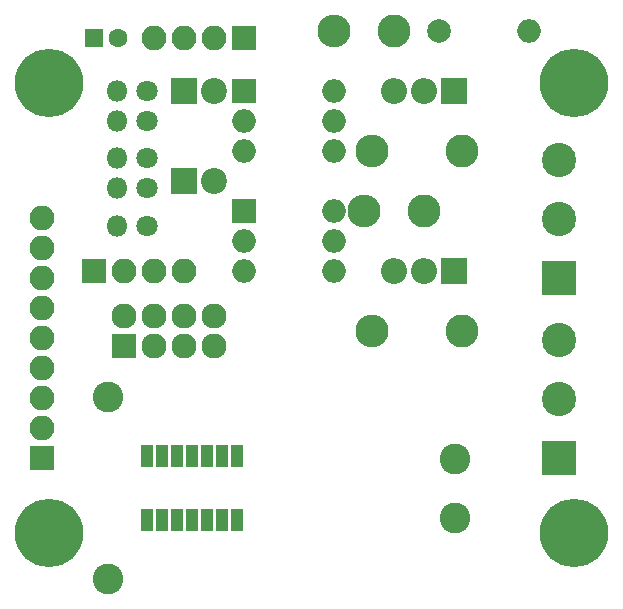
<source format=gbr>
G04 #@! TF.FileFunction,Soldermask,Bot*
%FSLAX46Y46*%
G04 Gerber Fmt 4.6, Leading zero omitted, Abs format (unit mm)*
G04 Created by KiCad (PCBNEW 4.0.7-e2-6376~58~ubuntu17.04.1) date Sat May  5 23:35:11 2018*
%MOMM*%
%LPD*%
G01*
G04 APERTURE LIST*
%ADD10C,0.100000*%
%ADD11C,5.800000*%
%ADD12C,2.600000*%
%ADD13R,2.100000X2.100000*%
%ADD14O,2.100000X2.100000*%
%ADD15R,2.127200X2.127200*%
%ADD16O,2.127200X2.127200*%
%ADD17R,2.000000X2.000000*%
%ADD18O,2.000000X2.000000*%
%ADD19R,2.200000X2.200000*%
%ADD20O,2.200000X2.200000*%
%ADD21R,1.000000X1.900000*%
%ADD22C,2.200000*%
%ADD23C,2.800000*%
%ADD24O,2.800000X2.800000*%
%ADD25C,2.000000*%
%ADD26R,1.600000X1.600000*%
%ADD27C,1.600000*%
%ADD28C,2.900000*%
%ADD29R,2.900000X2.900000*%
%ADD30C,1.800000*%
%ADD31O,1.800000X1.800000*%
G04 APERTURE END LIST*
D10*
D11*
X176530000Y-137795000D03*
D12*
X210915000Y-136485000D03*
X210915000Y-131485000D03*
X181515000Y-141685000D03*
X181515000Y-126285000D03*
D13*
X175895000Y-131445000D03*
D14*
X175895000Y-128905000D03*
X175895000Y-126365000D03*
X175895000Y-123825000D03*
X175895000Y-121285000D03*
X175895000Y-118745000D03*
X175895000Y-116205000D03*
X175895000Y-113665000D03*
X175895000Y-111125000D03*
D11*
X176530000Y-99695000D03*
X220980000Y-137795000D03*
D15*
X182880000Y-121920000D03*
D16*
X182880000Y-119380000D03*
X185420000Y-121920000D03*
X185420000Y-119380000D03*
X187960000Y-121920000D03*
X187960000Y-119380000D03*
X190500000Y-121920000D03*
X190500000Y-119380000D03*
D17*
X193040000Y-110490000D03*
D18*
X200660000Y-115570000D03*
X193040000Y-113030000D03*
X200660000Y-113030000D03*
X193040000Y-115570000D03*
X200660000Y-110490000D03*
D19*
X210820000Y-115570000D03*
D20*
X208280000Y-115570000D03*
X205740000Y-115570000D03*
D21*
X192405000Y-136685000D03*
X191135000Y-136685000D03*
X189865000Y-136685000D03*
X188595000Y-136685000D03*
X187325000Y-136685000D03*
X186055000Y-136685000D03*
X184785000Y-136685000D03*
X184785000Y-131285000D03*
X186055000Y-131285000D03*
X187325000Y-131285000D03*
X188595000Y-131285000D03*
X189865000Y-131285000D03*
X191135000Y-131285000D03*
X192405000Y-131285000D03*
D19*
X187960000Y-100330000D03*
D22*
X190500000Y-100330000D03*
D19*
X187960000Y-107950000D03*
D22*
X190500000Y-107950000D03*
D17*
X193040000Y-100330000D03*
D18*
X200660000Y-105410000D03*
X193040000Y-102870000D03*
X200660000Y-102870000D03*
X193040000Y-105410000D03*
X200660000Y-100330000D03*
D19*
X210820000Y-100330000D03*
D20*
X208280000Y-100330000D03*
X205740000Y-100330000D03*
D13*
X193040000Y-95885000D03*
D14*
X190500000Y-95885000D03*
X187960000Y-95885000D03*
X185420000Y-95885000D03*
D23*
X205740000Y-95250000D03*
D24*
X200660000Y-95250000D03*
D23*
X208280000Y-110490000D03*
D24*
X203200000Y-110490000D03*
D23*
X211455000Y-105410000D03*
D24*
X203835000Y-105410000D03*
D23*
X211455000Y-120650000D03*
D24*
X203835000Y-120650000D03*
D13*
X180340000Y-115570000D03*
D14*
X182880000Y-115570000D03*
X185420000Y-115570000D03*
X187960000Y-115570000D03*
D11*
X220980000Y-99695000D03*
D25*
X209550000Y-95250000D03*
D18*
X217170000Y-95250000D03*
D26*
X180340000Y-95885000D03*
D27*
X182340000Y-95885000D03*
D28*
X219710000Y-106205000D03*
D29*
X219710000Y-116205000D03*
D28*
X219710000Y-111205000D03*
X219710000Y-121445000D03*
D29*
X219710000Y-131445000D03*
D28*
X219710000Y-126445000D03*
D30*
X184785000Y-100330000D03*
D31*
X182245000Y-100330000D03*
D30*
X184785000Y-106045000D03*
D31*
X182245000Y-106045000D03*
D30*
X184785000Y-102870000D03*
D31*
X182245000Y-102870000D03*
D30*
X184785000Y-108585000D03*
D31*
X182245000Y-108585000D03*
D30*
X184785000Y-111760000D03*
D31*
X182245000Y-111760000D03*
M02*

</source>
